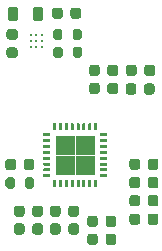
<source format=gtp>
G04 #@! TF.GenerationSoftware,KiCad,Pcbnew,9.0.1+1*
G04 #@! TF.CreationDate,2025-11-12T15:11:53+00:00*
G04 #@! TF.ProjectId,audio-codec,61756469-6f2d-4636-9f64-65632e6b6963,rev?*
G04 #@! TF.SameCoordinates,Original*
G04 #@! TF.FileFunction,Paste,Top*
G04 #@! TF.FilePolarity,Positive*
%FSLAX46Y46*%
G04 Gerber Fmt 4.6, Leading zero omitted, Abs format (unit mm)*
G04 Created by KiCad (PCBNEW 9.0.1+1) date 2025-11-12 15:11:53*
%MOMM*%
%LPD*%
G01*
G04 APERTURE LIST*
%ADD10C,0.010000*%
%ADD11C,0.260000*%
G04 APERTURE END LIST*
D10*
X83203570Y-64489241D02*
X81713570Y-64489241D01*
X81713570Y-62999241D01*
X83203570Y-62999241D01*
X83203570Y-64489241D01*
G36*
X83203570Y-64489241D02*
G01*
X81713570Y-64489241D01*
X81713570Y-62999241D01*
X83203570Y-62999241D01*
X83203570Y-64489241D01*
G37*
X83203570Y-66179241D02*
X81713570Y-66179241D01*
X81713570Y-64689241D01*
X83203570Y-64689241D01*
X83203570Y-66179241D01*
G36*
X83203570Y-66179241D02*
G01*
X81713570Y-66179241D01*
X81713570Y-64689241D01*
X83203570Y-64689241D01*
X83203570Y-66179241D01*
G37*
X84893570Y-64489241D02*
X83403570Y-64489241D01*
X83403570Y-62999241D01*
X84893570Y-62999241D01*
X84893570Y-64489241D01*
G36*
X84893570Y-64489241D02*
G01*
X83403570Y-64489241D01*
X83403570Y-62999241D01*
X84893570Y-62999241D01*
X84893570Y-64489241D01*
G37*
X84893570Y-66179241D02*
X83403570Y-66179241D01*
X83403570Y-64689241D01*
X84893570Y-64689241D01*
X84893570Y-66179241D01*
G36*
X84893570Y-66179241D02*
G01*
X83403570Y-66179241D01*
X83403570Y-64689241D01*
X84893570Y-64689241D01*
X84893570Y-66179241D01*
G37*
G36*
G01*
X87903570Y-70264241D02*
X87903570Y-69764241D01*
G75*
G02*
X88128570Y-69539241I225000J0D01*
G01*
X88578570Y-69539241D01*
G75*
G02*
X88803570Y-69764241I0J-225000D01*
G01*
X88803570Y-70264241D01*
G75*
G02*
X88578570Y-70489241I-225000J0D01*
G01*
X88128570Y-70489241D01*
G75*
G02*
X87903570Y-70264241I0J225000D01*
G01*
G37*
G36*
G01*
X89453570Y-70264241D02*
X89453570Y-69764241D01*
G75*
G02*
X89678570Y-69539241I225000J0D01*
G01*
X90128570Y-69539241D01*
G75*
G02*
X90353570Y-69764241I0J-225000D01*
G01*
X90353570Y-70264241D01*
G75*
G02*
X90128570Y-70489241I-225000J0D01*
G01*
X89678570Y-70489241D01*
G75*
G02*
X89453570Y-70264241I0J225000D01*
G01*
G37*
G36*
G01*
X87903570Y-65614241D02*
X87903570Y-65114241D01*
G75*
G02*
X88128570Y-64889241I225000J0D01*
G01*
X88578570Y-64889241D01*
G75*
G02*
X88803570Y-65114241I0J-225000D01*
G01*
X88803570Y-65614241D01*
G75*
G02*
X88578570Y-65839241I-225000J0D01*
G01*
X88128570Y-65839241D01*
G75*
G02*
X87903570Y-65614241I0J225000D01*
G01*
G37*
G36*
G01*
X89453570Y-65614241D02*
X89453570Y-65114241D01*
G75*
G02*
X89678570Y-64889241I225000J0D01*
G01*
X90128570Y-64889241D01*
G75*
G02*
X90353570Y-65114241I0J-225000D01*
G01*
X90353570Y-65614241D01*
G75*
G02*
X90128570Y-65839241I-225000J0D01*
G01*
X89678570Y-65839241D01*
G75*
G02*
X89453570Y-65614241I0J225000D01*
G01*
G37*
G36*
G01*
X84493570Y-59189241D02*
X84493570Y-58689241D01*
G75*
G02*
X84718570Y-58464241I225000J0D01*
G01*
X85168570Y-58464241D01*
G75*
G02*
X85393570Y-58689241I0J-225000D01*
G01*
X85393570Y-59189241D01*
G75*
G02*
X85168570Y-59414241I-225000J0D01*
G01*
X84718570Y-59414241D01*
G75*
G02*
X84493570Y-59189241I0J225000D01*
G01*
G37*
G36*
G01*
X86043570Y-59189241D02*
X86043570Y-58689241D01*
G75*
G02*
X86268570Y-58464241I225000J0D01*
G01*
X86718570Y-58464241D01*
G75*
G02*
X86943570Y-58689241I0J-225000D01*
G01*
X86943570Y-59189241D01*
G75*
G02*
X86718570Y-59414241I-225000J0D01*
G01*
X86268570Y-59414241D01*
G75*
G02*
X86043570Y-59189241I0J225000D01*
G01*
G37*
G36*
G01*
X79853570Y-66664241D02*
X79853570Y-67214241D01*
G75*
G02*
X79653570Y-67414241I-200000J0D01*
G01*
X79253570Y-67414241D01*
G75*
G02*
X79053570Y-67214241I0J200000D01*
G01*
X79053570Y-66664241D01*
G75*
G02*
X79253570Y-66464241I200000J0D01*
G01*
X79653570Y-66464241D01*
G75*
G02*
X79853570Y-66664241I0J-200000D01*
G01*
G37*
G36*
G01*
X78203570Y-66664241D02*
X78203570Y-67214241D01*
G75*
G02*
X78003570Y-67414241I-200000J0D01*
G01*
X77603570Y-67414241D01*
G75*
G02*
X77403570Y-67214241I0J200000D01*
G01*
X77403570Y-66664241D01*
G75*
G02*
X77603570Y-66464241I200000J0D01*
G01*
X78003570Y-66464241D01*
G75*
G02*
X78203570Y-66664241I0J-200000D01*
G01*
G37*
G36*
G01*
X83811218Y-52314241D02*
X83811218Y-52814241D01*
G75*
G02*
X83586218Y-53039241I-225000J0D01*
G01*
X83136218Y-53039241D01*
G75*
G02*
X82911218Y-52814241I0J225000D01*
G01*
X82911218Y-52314241D01*
G75*
G02*
X83136218Y-52089241I225000J0D01*
G01*
X83586218Y-52089241D01*
G75*
G02*
X83811218Y-52314241I0J-225000D01*
G01*
G37*
G36*
G01*
X82261218Y-52314241D02*
X82261218Y-52814241D01*
G75*
G02*
X82036218Y-53039241I-225000J0D01*
G01*
X81586218Y-53039241D01*
G75*
G02*
X81361218Y-52814241I0J225000D01*
G01*
X81361218Y-52314241D01*
G75*
G02*
X81586218Y-52089241I225000J0D01*
G01*
X82036218Y-52089241D01*
G75*
G02*
X82261218Y-52314241I0J-225000D01*
G01*
G37*
G36*
G01*
X87903570Y-67164241D02*
X87903570Y-66664241D01*
G75*
G02*
X88128570Y-66439241I225000J0D01*
G01*
X88578570Y-66439241D01*
G75*
G02*
X88803570Y-66664241I0J-225000D01*
G01*
X88803570Y-67164241D01*
G75*
G02*
X88578570Y-67389241I-225000J0D01*
G01*
X88128570Y-67389241D01*
G75*
G02*
X87903570Y-67164241I0J225000D01*
G01*
G37*
G36*
G01*
X89453570Y-67164241D02*
X89453570Y-66664241D01*
G75*
G02*
X89678570Y-66439241I225000J0D01*
G01*
X90128570Y-66439241D01*
G75*
G02*
X90353570Y-66664241I0J-225000D01*
G01*
X90353570Y-67164241D01*
G75*
G02*
X90128570Y-67389241I-225000J0D01*
G01*
X89678570Y-67389241D01*
G75*
G02*
X89453570Y-67164241I0J225000D01*
G01*
G37*
G36*
G01*
X84493570Y-57664241D02*
X84493570Y-57164241D01*
G75*
G02*
X84718570Y-56939241I225000J0D01*
G01*
X85168570Y-56939241D01*
G75*
G02*
X85393570Y-57164241I0J-225000D01*
G01*
X85393570Y-57664241D01*
G75*
G02*
X85168570Y-57889241I-225000J0D01*
G01*
X84718570Y-57889241D01*
G75*
G02*
X84493570Y-57664241I0J225000D01*
G01*
G37*
G36*
G01*
X86043570Y-57664241D02*
X86043570Y-57164241D01*
G75*
G02*
X86268570Y-56939241I225000J0D01*
G01*
X86718570Y-56939241D01*
G75*
G02*
X86943570Y-57164241I0J-225000D01*
G01*
X86943570Y-57664241D01*
G75*
G02*
X86718570Y-57889241I-225000J0D01*
G01*
X86268570Y-57889241D01*
G75*
G02*
X86043570Y-57664241I0J225000D01*
G01*
G37*
G36*
G01*
X84328570Y-71964241D02*
X84328570Y-71464241D01*
G75*
G02*
X84553570Y-71239241I225000J0D01*
G01*
X85003570Y-71239241D01*
G75*
G02*
X85228570Y-71464241I0J-225000D01*
G01*
X85228570Y-71964241D01*
G75*
G02*
X85003570Y-72189241I-225000J0D01*
G01*
X84553570Y-72189241D01*
G75*
G02*
X84328570Y-71964241I0J225000D01*
G01*
G37*
G36*
G01*
X85878570Y-71964241D02*
X85878570Y-71464241D01*
G75*
G02*
X86103570Y-71239241I225000J0D01*
G01*
X86553570Y-71239241D01*
G75*
G02*
X86778570Y-71464241I0J-225000D01*
G01*
X86778570Y-71964241D01*
G75*
G02*
X86553570Y-72189241I-225000J0D01*
G01*
X86103570Y-72189241D01*
G75*
G02*
X85878570Y-71964241I0J225000D01*
G01*
G37*
G36*
G01*
X87903570Y-68689241D02*
X87903570Y-68189241D01*
G75*
G02*
X88128570Y-67964241I225000J0D01*
G01*
X88578570Y-67964241D01*
G75*
G02*
X88803570Y-68189241I0J-225000D01*
G01*
X88803570Y-68689241D01*
G75*
G02*
X88578570Y-68914241I-225000J0D01*
G01*
X88128570Y-68914241D01*
G75*
G02*
X87903570Y-68689241I0J225000D01*
G01*
G37*
G36*
G01*
X89453570Y-68689241D02*
X89453570Y-68189241D01*
G75*
G02*
X89678570Y-67964241I225000J0D01*
G01*
X90128570Y-67964241D01*
G75*
G02*
X90353570Y-68189241I0J-225000D01*
G01*
X90353570Y-68689241D01*
G75*
G02*
X90128570Y-68914241I-225000J0D01*
G01*
X89678570Y-68914241D01*
G75*
G02*
X89453570Y-68689241I0J225000D01*
G01*
G37*
G36*
G01*
X83886218Y-54089241D02*
X83886218Y-54639241D01*
G75*
G02*
X83686218Y-54839241I-200000J0D01*
G01*
X83286218Y-54839241D01*
G75*
G02*
X83086218Y-54639241I0J200000D01*
G01*
X83086218Y-54089241D01*
G75*
G02*
X83286218Y-53889241I200000J0D01*
G01*
X83686218Y-53889241D01*
G75*
G02*
X83886218Y-54089241I0J-200000D01*
G01*
G37*
G36*
G01*
X82236218Y-54089241D02*
X82236218Y-54639241D01*
G75*
G02*
X82036218Y-54839241I-200000J0D01*
G01*
X81636218Y-54839241D01*
G75*
G02*
X81436218Y-54639241I0J200000D01*
G01*
X81436218Y-54089241D01*
G75*
G02*
X81636218Y-53889241I200000J0D01*
G01*
X82036218Y-53889241D01*
G75*
G02*
X82236218Y-54089241I0J-200000D01*
G01*
G37*
G36*
G01*
X84328570Y-70439241D02*
X84328570Y-69939241D01*
G75*
G02*
X84553570Y-69714241I225000J0D01*
G01*
X85003570Y-69714241D01*
G75*
G02*
X85228570Y-69939241I0J-225000D01*
G01*
X85228570Y-70439241D01*
G75*
G02*
X85003570Y-70664241I-225000J0D01*
G01*
X84553570Y-70664241D01*
G75*
G02*
X84328570Y-70439241I0J225000D01*
G01*
G37*
G36*
G01*
X85878570Y-70439241D02*
X85878570Y-69939241D01*
G75*
G02*
X86103570Y-69714241I225000J0D01*
G01*
X86553570Y-69714241D01*
G75*
G02*
X86778570Y-69939241I0J-225000D01*
G01*
X86778570Y-70439241D01*
G75*
G02*
X86553570Y-70664241I-225000J0D01*
G01*
X86103570Y-70664241D01*
G75*
G02*
X85878570Y-70439241I0J225000D01*
G01*
G37*
G36*
G01*
X83628570Y-69079241D02*
X83628570Y-69579241D01*
G75*
G02*
X83403570Y-69804241I-225000J0D01*
G01*
X82953570Y-69804241D01*
G75*
G02*
X82728570Y-69579241I0J225000D01*
G01*
X82728570Y-69079241D01*
G75*
G02*
X82953570Y-68854241I225000J0D01*
G01*
X83403570Y-68854241D01*
G75*
G02*
X83628570Y-69079241I0J-225000D01*
G01*
G37*
G36*
G01*
X82078570Y-69079241D02*
X82078570Y-69579241D01*
G75*
G02*
X81853570Y-69804241I-225000J0D01*
G01*
X81403570Y-69804241D01*
G75*
G02*
X81178570Y-69579241I0J225000D01*
G01*
X81178570Y-69079241D01*
G75*
G02*
X81403570Y-68854241I225000J0D01*
G01*
X81853570Y-68854241D01*
G75*
G02*
X82078570Y-69079241I0J-225000D01*
G01*
G37*
D11*
X79533570Y-54414241D03*
X80033570Y-54414241D03*
X80533570Y-54414241D03*
X79533570Y-54914241D03*
X80033570Y-54914241D03*
X80533570Y-54914241D03*
X79533570Y-55414241D03*
X80033570Y-55414241D03*
X80533570Y-55414241D03*
G36*
G01*
X84959820Y-61889241D02*
X85147320Y-61889241D01*
G75*
G02*
X85178570Y-61920491I0J-31250D01*
G01*
X85178570Y-62457991D01*
G75*
G02*
X85147320Y-62489241I-31250J0D01*
G01*
X84959820Y-62489241D01*
G75*
G02*
X84928570Y-62457991I0J31250D01*
G01*
X84928570Y-61920491D01*
G75*
G02*
X84959820Y-61889241I31250J0D01*
G01*
G37*
G36*
G01*
X84459820Y-61889241D02*
X84647320Y-61889241D01*
G75*
G02*
X84678570Y-61920491I0J-31250D01*
G01*
X84678570Y-62457991D01*
G75*
G02*
X84647320Y-62489241I-31250J0D01*
G01*
X84459820Y-62489241D01*
G75*
G02*
X84428570Y-62457991I0J31250D01*
G01*
X84428570Y-61920491D01*
G75*
G02*
X84459820Y-61889241I31250J0D01*
G01*
G37*
G36*
G01*
X83959820Y-61889241D02*
X84147320Y-61889241D01*
G75*
G02*
X84178570Y-61920491I0J-31250D01*
G01*
X84178570Y-62457991D01*
G75*
G02*
X84147320Y-62489241I-31250J0D01*
G01*
X83959820Y-62489241D01*
G75*
G02*
X83928570Y-62457991I0J31250D01*
G01*
X83928570Y-61920491D01*
G75*
G02*
X83959820Y-61889241I31250J0D01*
G01*
G37*
G36*
G01*
X83459820Y-61889241D02*
X83647320Y-61889241D01*
G75*
G02*
X83678570Y-61920491I0J-31250D01*
G01*
X83678570Y-62457991D01*
G75*
G02*
X83647320Y-62489241I-31250J0D01*
G01*
X83459820Y-62489241D01*
G75*
G02*
X83428570Y-62457991I0J31250D01*
G01*
X83428570Y-61920491D01*
G75*
G02*
X83459820Y-61889241I31250J0D01*
G01*
G37*
G36*
G01*
X82959820Y-61889241D02*
X83147320Y-61889241D01*
G75*
G02*
X83178570Y-61920491I0J-31250D01*
G01*
X83178570Y-62457991D01*
G75*
G02*
X83147320Y-62489241I-31250J0D01*
G01*
X82959820Y-62489241D01*
G75*
G02*
X82928570Y-62457991I0J31250D01*
G01*
X82928570Y-61920491D01*
G75*
G02*
X82959820Y-61889241I31250J0D01*
G01*
G37*
G36*
G01*
X82459820Y-61889241D02*
X82647320Y-61889241D01*
G75*
G02*
X82678570Y-61920491I0J-31250D01*
G01*
X82678570Y-62457991D01*
G75*
G02*
X82647320Y-62489241I-31250J0D01*
G01*
X82459820Y-62489241D01*
G75*
G02*
X82428570Y-62457991I0J31250D01*
G01*
X82428570Y-61920491D01*
G75*
G02*
X82459820Y-61889241I31250J0D01*
G01*
G37*
G36*
G01*
X81959820Y-61889241D02*
X82147320Y-61889241D01*
G75*
G02*
X82178570Y-61920491I0J-31250D01*
G01*
X82178570Y-62457991D01*
G75*
G02*
X82147320Y-62489241I-31250J0D01*
G01*
X81959820Y-62489241D01*
G75*
G02*
X81928570Y-62457991I0J31250D01*
G01*
X81928570Y-61920491D01*
G75*
G02*
X81959820Y-61889241I31250J0D01*
G01*
G37*
G36*
G01*
X81459820Y-61889241D02*
X81647320Y-61889241D01*
G75*
G02*
X81678570Y-61920491I0J-31250D01*
G01*
X81678570Y-62457991D01*
G75*
G02*
X81647320Y-62489241I-31250J0D01*
G01*
X81459820Y-62489241D01*
G75*
G02*
X81428570Y-62457991I0J31250D01*
G01*
X81428570Y-61920491D01*
G75*
G02*
X81459820Y-61889241I31250J0D01*
G01*
G37*
G36*
G01*
X80634820Y-62714241D02*
X81172320Y-62714241D01*
G75*
G02*
X81203570Y-62745491I0J-31250D01*
G01*
X81203570Y-62932991D01*
G75*
G02*
X81172320Y-62964241I-31250J0D01*
G01*
X80634820Y-62964241D01*
G75*
G02*
X80603570Y-62932991I0J31250D01*
G01*
X80603570Y-62745491D01*
G75*
G02*
X80634820Y-62714241I31250J0D01*
G01*
G37*
G36*
G01*
X80634820Y-63214241D02*
X81172320Y-63214241D01*
G75*
G02*
X81203570Y-63245491I0J-31250D01*
G01*
X81203570Y-63432991D01*
G75*
G02*
X81172320Y-63464241I-31250J0D01*
G01*
X80634820Y-63464241D01*
G75*
G02*
X80603570Y-63432991I0J31250D01*
G01*
X80603570Y-63245491D01*
G75*
G02*
X80634820Y-63214241I31250J0D01*
G01*
G37*
G36*
G01*
X80634820Y-63714241D02*
X81172320Y-63714241D01*
G75*
G02*
X81203570Y-63745491I0J-31250D01*
G01*
X81203570Y-63932991D01*
G75*
G02*
X81172320Y-63964241I-31250J0D01*
G01*
X80634820Y-63964241D01*
G75*
G02*
X80603570Y-63932991I0J31250D01*
G01*
X80603570Y-63745491D01*
G75*
G02*
X80634820Y-63714241I31250J0D01*
G01*
G37*
G36*
G01*
X80634820Y-64214241D02*
X81172320Y-64214241D01*
G75*
G02*
X81203570Y-64245491I0J-31250D01*
G01*
X81203570Y-64432991D01*
G75*
G02*
X81172320Y-64464241I-31250J0D01*
G01*
X80634820Y-64464241D01*
G75*
G02*
X80603570Y-64432991I0J31250D01*
G01*
X80603570Y-64245491D01*
G75*
G02*
X80634820Y-64214241I31250J0D01*
G01*
G37*
G36*
G01*
X80634820Y-64714241D02*
X81172320Y-64714241D01*
G75*
G02*
X81203570Y-64745491I0J-31250D01*
G01*
X81203570Y-64932991D01*
G75*
G02*
X81172320Y-64964241I-31250J0D01*
G01*
X80634820Y-64964241D01*
G75*
G02*
X80603570Y-64932991I0J31250D01*
G01*
X80603570Y-64745491D01*
G75*
G02*
X80634820Y-64714241I31250J0D01*
G01*
G37*
G36*
G01*
X80634820Y-65214241D02*
X81172320Y-65214241D01*
G75*
G02*
X81203570Y-65245491I0J-31250D01*
G01*
X81203570Y-65432991D01*
G75*
G02*
X81172320Y-65464241I-31250J0D01*
G01*
X80634820Y-65464241D01*
G75*
G02*
X80603570Y-65432991I0J31250D01*
G01*
X80603570Y-65245491D01*
G75*
G02*
X80634820Y-65214241I31250J0D01*
G01*
G37*
G36*
G01*
X80634820Y-65714241D02*
X81172320Y-65714241D01*
G75*
G02*
X81203570Y-65745491I0J-31250D01*
G01*
X81203570Y-65932991D01*
G75*
G02*
X81172320Y-65964241I-31250J0D01*
G01*
X80634820Y-65964241D01*
G75*
G02*
X80603570Y-65932991I0J31250D01*
G01*
X80603570Y-65745491D01*
G75*
G02*
X80634820Y-65714241I31250J0D01*
G01*
G37*
G36*
G01*
X80634820Y-66214241D02*
X81172320Y-66214241D01*
G75*
G02*
X81203570Y-66245491I0J-31250D01*
G01*
X81203570Y-66432991D01*
G75*
G02*
X81172320Y-66464241I-31250J0D01*
G01*
X80634820Y-66464241D01*
G75*
G02*
X80603570Y-66432991I0J31250D01*
G01*
X80603570Y-66245491D01*
G75*
G02*
X80634820Y-66214241I31250J0D01*
G01*
G37*
G36*
G01*
X81459820Y-66689241D02*
X81647320Y-66689241D01*
G75*
G02*
X81678570Y-66720491I0J-31250D01*
G01*
X81678570Y-67257991D01*
G75*
G02*
X81647320Y-67289241I-31250J0D01*
G01*
X81459820Y-67289241D01*
G75*
G02*
X81428570Y-67257991I0J31250D01*
G01*
X81428570Y-66720491D01*
G75*
G02*
X81459820Y-66689241I31250J0D01*
G01*
G37*
G36*
G01*
X81959820Y-66689241D02*
X82147320Y-66689241D01*
G75*
G02*
X82178570Y-66720491I0J-31250D01*
G01*
X82178570Y-67257991D01*
G75*
G02*
X82147320Y-67289241I-31250J0D01*
G01*
X81959820Y-67289241D01*
G75*
G02*
X81928570Y-67257991I0J31250D01*
G01*
X81928570Y-66720491D01*
G75*
G02*
X81959820Y-66689241I31250J0D01*
G01*
G37*
G36*
G01*
X82459820Y-66689241D02*
X82647320Y-66689241D01*
G75*
G02*
X82678570Y-66720491I0J-31250D01*
G01*
X82678570Y-67257991D01*
G75*
G02*
X82647320Y-67289241I-31250J0D01*
G01*
X82459820Y-67289241D01*
G75*
G02*
X82428570Y-67257991I0J31250D01*
G01*
X82428570Y-66720491D01*
G75*
G02*
X82459820Y-66689241I31250J0D01*
G01*
G37*
G36*
G01*
X82959820Y-66689241D02*
X83147320Y-66689241D01*
G75*
G02*
X83178570Y-66720491I0J-31250D01*
G01*
X83178570Y-67257991D01*
G75*
G02*
X83147320Y-67289241I-31250J0D01*
G01*
X82959820Y-67289241D01*
G75*
G02*
X82928570Y-67257991I0J31250D01*
G01*
X82928570Y-66720491D01*
G75*
G02*
X82959820Y-66689241I31250J0D01*
G01*
G37*
G36*
G01*
X83459820Y-66689241D02*
X83647320Y-66689241D01*
G75*
G02*
X83678570Y-66720491I0J-31250D01*
G01*
X83678570Y-67257991D01*
G75*
G02*
X83647320Y-67289241I-31250J0D01*
G01*
X83459820Y-67289241D01*
G75*
G02*
X83428570Y-67257991I0J31250D01*
G01*
X83428570Y-66720491D01*
G75*
G02*
X83459820Y-66689241I31250J0D01*
G01*
G37*
G36*
G01*
X83959820Y-66689241D02*
X84147320Y-66689241D01*
G75*
G02*
X84178570Y-66720491I0J-31250D01*
G01*
X84178570Y-67257991D01*
G75*
G02*
X84147320Y-67289241I-31250J0D01*
G01*
X83959820Y-67289241D01*
G75*
G02*
X83928570Y-67257991I0J31250D01*
G01*
X83928570Y-66720491D01*
G75*
G02*
X83959820Y-66689241I31250J0D01*
G01*
G37*
G36*
G01*
X84459820Y-66689241D02*
X84647320Y-66689241D01*
G75*
G02*
X84678570Y-66720491I0J-31250D01*
G01*
X84678570Y-67257991D01*
G75*
G02*
X84647320Y-67289241I-31250J0D01*
G01*
X84459820Y-67289241D01*
G75*
G02*
X84428570Y-67257991I0J31250D01*
G01*
X84428570Y-66720491D01*
G75*
G02*
X84459820Y-66689241I31250J0D01*
G01*
G37*
G36*
G01*
X84959820Y-66689241D02*
X85147320Y-66689241D01*
G75*
G02*
X85178570Y-66720491I0J-31250D01*
G01*
X85178570Y-67257991D01*
G75*
G02*
X85147320Y-67289241I-31250J0D01*
G01*
X84959820Y-67289241D01*
G75*
G02*
X84928570Y-67257991I0J31250D01*
G01*
X84928570Y-66720491D01*
G75*
G02*
X84959820Y-66689241I31250J0D01*
G01*
G37*
G36*
G01*
X85434820Y-66214241D02*
X85972320Y-66214241D01*
G75*
G02*
X86003570Y-66245491I0J-31250D01*
G01*
X86003570Y-66432991D01*
G75*
G02*
X85972320Y-66464241I-31250J0D01*
G01*
X85434820Y-66464241D01*
G75*
G02*
X85403570Y-66432991I0J31250D01*
G01*
X85403570Y-66245491D01*
G75*
G02*
X85434820Y-66214241I31250J0D01*
G01*
G37*
G36*
G01*
X85434820Y-65714241D02*
X85972320Y-65714241D01*
G75*
G02*
X86003570Y-65745491I0J-31250D01*
G01*
X86003570Y-65932991D01*
G75*
G02*
X85972320Y-65964241I-31250J0D01*
G01*
X85434820Y-65964241D01*
G75*
G02*
X85403570Y-65932991I0J31250D01*
G01*
X85403570Y-65745491D01*
G75*
G02*
X85434820Y-65714241I31250J0D01*
G01*
G37*
G36*
G01*
X85434820Y-65214241D02*
X85972320Y-65214241D01*
G75*
G02*
X86003570Y-65245491I0J-31250D01*
G01*
X86003570Y-65432991D01*
G75*
G02*
X85972320Y-65464241I-31250J0D01*
G01*
X85434820Y-65464241D01*
G75*
G02*
X85403570Y-65432991I0J31250D01*
G01*
X85403570Y-65245491D01*
G75*
G02*
X85434820Y-65214241I31250J0D01*
G01*
G37*
G36*
G01*
X85434820Y-64714241D02*
X85972320Y-64714241D01*
G75*
G02*
X86003570Y-64745491I0J-31250D01*
G01*
X86003570Y-64932991D01*
G75*
G02*
X85972320Y-64964241I-31250J0D01*
G01*
X85434820Y-64964241D01*
G75*
G02*
X85403570Y-64932991I0J31250D01*
G01*
X85403570Y-64745491D01*
G75*
G02*
X85434820Y-64714241I31250J0D01*
G01*
G37*
G36*
G01*
X85434820Y-64214241D02*
X85972320Y-64214241D01*
G75*
G02*
X86003570Y-64245491I0J-31250D01*
G01*
X86003570Y-64432991D01*
G75*
G02*
X85972320Y-64464241I-31250J0D01*
G01*
X85434820Y-64464241D01*
G75*
G02*
X85403570Y-64432991I0J31250D01*
G01*
X85403570Y-64245491D01*
G75*
G02*
X85434820Y-64214241I31250J0D01*
G01*
G37*
G36*
G01*
X85434820Y-63714241D02*
X85972320Y-63714241D01*
G75*
G02*
X86003570Y-63745491I0J-31250D01*
G01*
X86003570Y-63932991D01*
G75*
G02*
X85972320Y-63964241I-31250J0D01*
G01*
X85434820Y-63964241D01*
G75*
G02*
X85403570Y-63932991I0J31250D01*
G01*
X85403570Y-63745491D01*
G75*
G02*
X85434820Y-63714241I31250J0D01*
G01*
G37*
G36*
G01*
X85434820Y-63214241D02*
X85972320Y-63214241D01*
G75*
G02*
X86003570Y-63245491I0J-31250D01*
G01*
X86003570Y-63432991D01*
G75*
G02*
X85972320Y-63464241I-31250J0D01*
G01*
X85434820Y-63464241D01*
G75*
G02*
X85403570Y-63432991I0J31250D01*
G01*
X85403570Y-63245491D01*
G75*
G02*
X85434820Y-63214241I31250J0D01*
G01*
G37*
G36*
G01*
X85434820Y-62714241D02*
X85972320Y-62714241D01*
G75*
G02*
X86003570Y-62745491I0J-31250D01*
G01*
X86003570Y-62932991D01*
G75*
G02*
X85972320Y-62964241I-31250J0D01*
G01*
X85434820Y-62964241D01*
G75*
G02*
X85403570Y-62932991I0J31250D01*
G01*
X85403570Y-62745491D01*
G75*
G02*
X85434820Y-62714241I31250J0D01*
G01*
G37*
G36*
G01*
X87618570Y-57664241D02*
X87618570Y-57164241D01*
G75*
G02*
X87843570Y-56939241I225000J0D01*
G01*
X88293570Y-56939241D01*
G75*
G02*
X88518570Y-57164241I0J-225000D01*
G01*
X88518570Y-57664241D01*
G75*
G02*
X88293570Y-57889241I-225000J0D01*
G01*
X87843570Y-57889241D01*
G75*
G02*
X87618570Y-57664241I0J225000D01*
G01*
G37*
G36*
G01*
X89168570Y-57664241D02*
X89168570Y-57164241D01*
G75*
G02*
X89393570Y-56939241I225000J0D01*
G01*
X89843570Y-56939241D01*
G75*
G02*
X90068570Y-57164241I0J-225000D01*
G01*
X90068570Y-57664241D01*
G75*
G02*
X89843570Y-57889241I-225000J0D01*
G01*
X89393570Y-57889241D01*
G75*
G02*
X89168570Y-57664241I0J225000D01*
G01*
G37*
G36*
G01*
X80578570Y-69079241D02*
X80578570Y-69579241D01*
G75*
G02*
X80353570Y-69804241I-225000J0D01*
G01*
X79903570Y-69804241D01*
G75*
G02*
X79678570Y-69579241I0J225000D01*
G01*
X79678570Y-69079241D01*
G75*
G02*
X79903570Y-68854241I225000J0D01*
G01*
X80353570Y-68854241D01*
G75*
G02*
X80578570Y-69079241I0J-225000D01*
G01*
G37*
G36*
G01*
X79028570Y-69079241D02*
X79028570Y-69579241D01*
G75*
G02*
X78803570Y-69804241I-225000J0D01*
G01*
X78353570Y-69804241D01*
G75*
G02*
X78128570Y-69579241I0J225000D01*
G01*
X78128570Y-69079241D01*
G75*
G02*
X78353570Y-68854241I225000J0D01*
G01*
X78803570Y-68854241D01*
G75*
G02*
X79028570Y-69079241I0J-225000D01*
G01*
G37*
G36*
G01*
X87593570Y-59239241D02*
X87593570Y-58739241D01*
G75*
G02*
X87818570Y-58514241I225000J0D01*
G01*
X88268570Y-58514241D01*
G75*
G02*
X88493570Y-58739241I0J-225000D01*
G01*
X88493570Y-59239241D01*
G75*
G02*
X88268570Y-59464241I-225000J0D01*
G01*
X87818570Y-59464241D01*
G75*
G02*
X87593570Y-59239241I0J225000D01*
G01*
G37*
G36*
G01*
X89143570Y-59239241D02*
X89143570Y-58739241D01*
G75*
G02*
X89368570Y-58514241I225000J0D01*
G01*
X89818570Y-58514241D01*
G75*
G02*
X90043570Y-58739241I0J-225000D01*
G01*
X90043570Y-59239241D01*
G75*
G02*
X89818570Y-59464241I-225000J0D01*
G01*
X89368570Y-59464241D01*
G75*
G02*
X89143570Y-59239241I0J225000D01*
G01*
G37*
G36*
G01*
X78218570Y-56364241D02*
X77718570Y-56364241D01*
G75*
G02*
X77493570Y-56139241I0J225000D01*
G01*
X77493570Y-55689241D01*
G75*
G02*
X77718570Y-55464241I225000J0D01*
G01*
X78218570Y-55464241D01*
G75*
G02*
X78443570Y-55689241I0J-225000D01*
G01*
X78443570Y-56139241D01*
G75*
G02*
X78218570Y-56364241I-225000J0D01*
G01*
G37*
G36*
G01*
X78218570Y-54814241D02*
X77718570Y-54814241D01*
G75*
G02*
X77493570Y-54589241I0J225000D01*
G01*
X77493570Y-54139241D01*
G75*
G02*
X77718570Y-53914241I225000J0D01*
G01*
X78218570Y-53914241D01*
G75*
G02*
X78443570Y-54139241I0J-225000D01*
G01*
X78443570Y-54589241D01*
G75*
G02*
X78218570Y-54814241I-225000J0D01*
G01*
G37*
G36*
G01*
X81461218Y-56164241D02*
X81461218Y-55614241D01*
G75*
G02*
X81661218Y-55414241I200000J0D01*
G01*
X82061218Y-55414241D01*
G75*
G02*
X82261218Y-55614241I0J-200000D01*
G01*
X82261218Y-56164241D01*
G75*
G02*
X82061218Y-56364241I-200000J0D01*
G01*
X81661218Y-56364241D01*
G75*
G02*
X81461218Y-56164241I0J200000D01*
G01*
G37*
G36*
G01*
X83111218Y-56164241D02*
X83111218Y-55614241D01*
G75*
G02*
X83311218Y-55414241I200000J0D01*
G01*
X83711218Y-55414241D01*
G75*
G02*
X83911218Y-55614241I0J-200000D01*
G01*
X83911218Y-56164241D01*
G75*
G02*
X83711218Y-56364241I-200000J0D01*
G01*
X83311218Y-56364241D01*
G75*
G02*
X83111218Y-56164241I0J200000D01*
G01*
G37*
G36*
G01*
X79853570Y-65139241D02*
X79853570Y-65639241D01*
G75*
G02*
X79628570Y-65864241I-225000J0D01*
G01*
X79178570Y-65864241D01*
G75*
G02*
X78953570Y-65639241I0J225000D01*
G01*
X78953570Y-65139241D01*
G75*
G02*
X79178570Y-64914241I225000J0D01*
G01*
X79628570Y-64914241D01*
G75*
G02*
X79853570Y-65139241I0J-225000D01*
G01*
G37*
G36*
G01*
X78303570Y-65139241D02*
X78303570Y-65639241D01*
G75*
G02*
X78078570Y-65864241I-225000J0D01*
G01*
X77628570Y-65864241D01*
G75*
G02*
X77403570Y-65639241I0J225000D01*
G01*
X77403570Y-65139241D01*
G75*
G02*
X77628570Y-64914241I225000J0D01*
G01*
X78078570Y-64914241D01*
G75*
G02*
X78303570Y-65139241I0J-225000D01*
G01*
G37*
G36*
G01*
X80578570Y-70589241D02*
X80578570Y-71089241D01*
G75*
G02*
X80353570Y-71314241I-225000J0D01*
G01*
X79903570Y-71314241D01*
G75*
G02*
X79678570Y-71089241I0J225000D01*
G01*
X79678570Y-70589241D01*
G75*
G02*
X79903570Y-70364241I225000J0D01*
G01*
X80353570Y-70364241D01*
G75*
G02*
X80578570Y-70589241I0J-225000D01*
G01*
G37*
G36*
G01*
X79028570Y-70589241D02*
X79028570Y-71089241D01*
G75*
G02*
X78803570Y-71314241I-225000J0D01*
G01*
X78353570Y-71314241D01*
G75*
G02*
X78128570Y-71089241I0J225000D01*
G01*
X78128570Y-70589241D01*
G75*
G02*
X78353570Y-70364241I225000J0D01*
G01*
X78803570Y-70364241D01*
G75*
G02*
X79028570Y-70589241I0J-225000D01*
G01*
G37*
G36*
G01*
X80611218Y-52257991D02*
X80611218Y-53020491D01*
G75*
G02*
X80392468Y-53239241I-218750J0D01*
G01*
X79954968Y-53239241D01*
G75*
G02*
X79736218Y-53020491I0J218750D01*
G01*
X79736218Y-52257991D01*
G75*
G02*
X79954968Y-52039241I218750J0D01*
G01*
X80392468Y-52039241D01*
G75*
G02*
X80611218Y-52257991I0J-218750D01*
G01*
G37*
G36*
G01*
X78486218Y-52257991D02*
X78486218Y-53020491D01*
G75*
G02*
X78267468Y-53239241I-218750J0D01*
G01*
X77829968Y-53239241D01*
G75*
G02*
X77611218Y-53020491I0J218750D01*
G01*
X77611218Y-52257991D01*
G75*
G02*
X77829968Y-52039241I218750J0D01*
G01*
X78267468Y-52039241D01*
G75*
G02*
X78486218Y-52257991I0J-218750D01*
G01*
G37*
G36*
G01*
X83628570Y-70589241D02*
X83628570Y-71089241D01*
G75*
G02*
X83403570Y-71314241I-225000J0D01*
G01*
X82953570Y-71314241D01*
G75*
G02*
X82728570Y-71089241I0J225000D01*
G01*
X82728570Y-70589241D01*
G75*
G02*
X82953570Y-70364241I225000J0D01*
G01*
X83403570Y-70364241D01*
G75*
G02*
X83628570Y-70589241I0J-225000D01*
G01*
G37*
G36*
G01*
X82078570Y-70589241D02*
X82078570Y-71089241D01*
G75*
G02*
X81853570Y-71314241I-225000J0D01*
G01*
X81403570Y-71314241D01*
G75*
G02*
X81178570Y-71089241I0J225000D01*
G01*
X81178570Y-70589241D01*
G75*
G02*
X81403570Y-70364241I225000J0D01*
G01*
X81853570Y-70364241D01*
G75*
G02*
X82078570Y-70589241I0J-225000D01*
G01*
G37*
M02*

</source>
